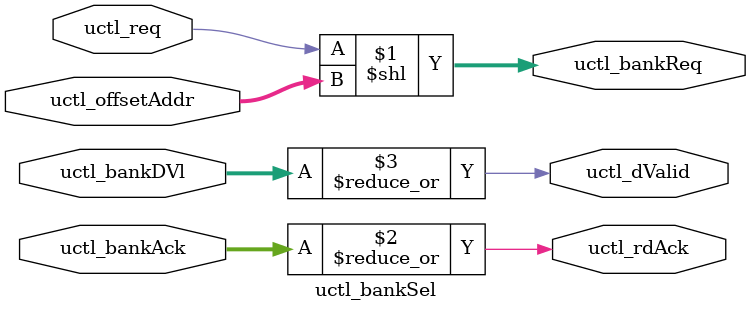
<source format=v>
`timescale 1ns / 1ps

module uctl_bankSel (
   input  wire [2       -1:0] uctl_offsetAddr   ,  // 3,2 lsb of address
   input  wire                uctl_req          , 
   input  wire [4       -1:0] uctl_bankAck      ,
   input  wire [4       -1:0] uctl_bankDVl      ,
   output wire [4       -1:0] uctl_bankReq      ,   // request to each bang
   output wire                uctl_rdAck        ,
   output wire                uctl_dValid   
   );

   assign uctl_bankReq    = uctl_req<< uctl_offsetAddr;
   assign uctl_rdAck      = |uctl_bankAck        ;
   assign uctl_dValid     = |uctl_bankDVl        ;
endmodule

   

</source>
